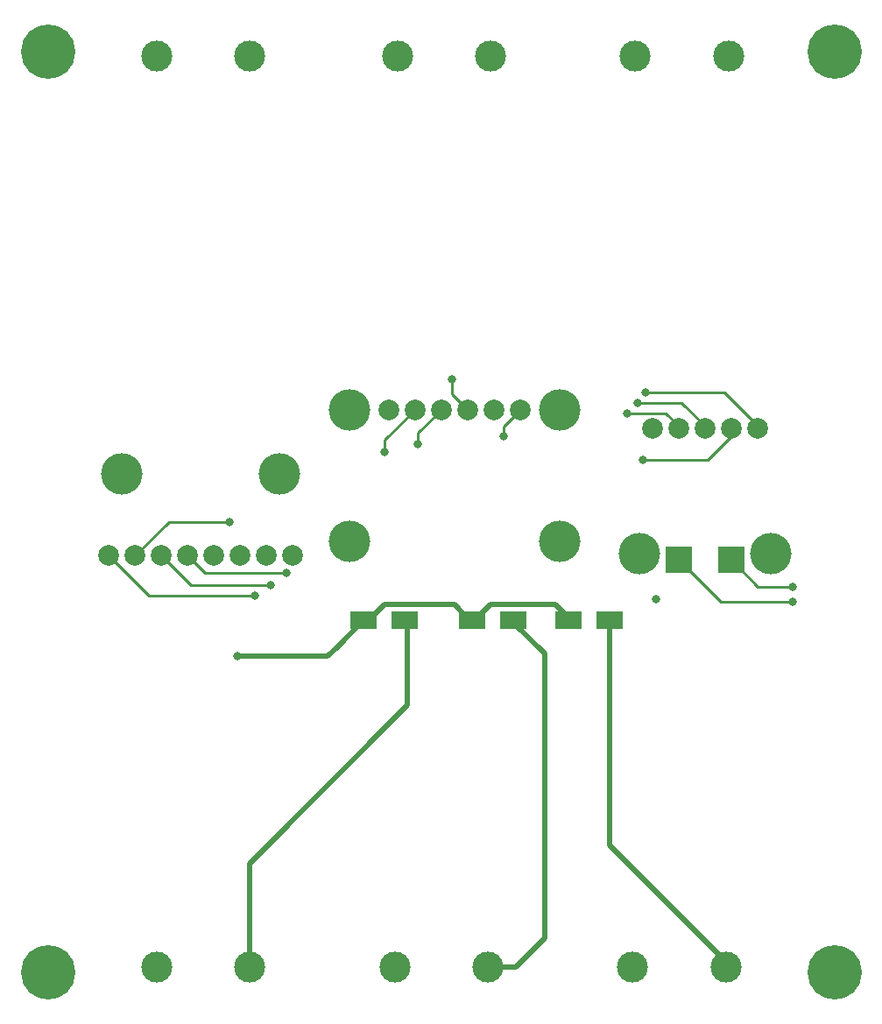
<source format=gbr>
%TF.GenerationSoftware,KiCad,Pcbnew,(5.1.10)-1*%
%TF.CreationDate,2022-05-09T17:55:47-07:00*%
%TF.ProjectId,solar-panel-NoCutout,736f6c61-722d-4706-916e-656c2d4e6f43,1.0*%
%TF.SameCoordinates,Original*%
%TF.FileFunction,Copper,L1,Top*%
%TF.FilePolarity,Positive*%
%FSLAX46Y46*%
G04 Gerber Fmt 4.6, Leading zero omitted, Abs format (unit mm)*
G04 Created by KiCad (PCBNEW (5.1.10)-1) date 2022-05-09 17:55:47*
%MOMM*%
%LPD*%
G01*
G04 APERTURE LIST*
%TA.AperFunction,ComponentPad*%
%ADD10C,5.250000*%
%TD*%
%TA.AperFunction,SMDPad,CuDef*%
%ADD11C,4.000000*%
%TD*%
%TA.AperFunction,SMDPad,CuDef*%
%ADD12C,2.000000*%
%TD*%
%TA.AperFunction,SMDPad,CuDef*%
%ADD13R,2.500000X2.500000*%
%TD*%
%TA.AperFunction,ComponentPad*%
%ADD14C,3.000000*%
%TD*%
%TA.AperFunction,SMDPad,CuDef*%
%ADD15R,2.500000X1.700000*%
%TD*%
%TA.AperFunction,ViaPad*%
%ADD16C,0.800000*%
%TD*%
%TA.AperFunction,Conductor*%
%ADD17C,0.250000*%
%TD*%
%TA.AperFunction,Conductor*%
%ADD18C,0.500000*%
%TD*%
G04 APERTURE END LIST*
D10*
%TO.P,J2,1*%
%TO.N,Net-(J2-Pad1)*%
X106500000Y-70300000D03*
%TD*%
%TO.P,J5,1*%
%TO.N,Net-(J5-Pad1)*%
X182500000Y-159300000D03*
%TD*%
%TO.P,J4,1*%
%TO.N,Net-(J4-Pad1)*%
X182500000Y-70300000D03*
%TD*%
%TO.P,J3,1*%
%TO.N,Net-(J3-Pad1)*%
X106500000Y-159300000D03*
%TD*%
D11*
%TO.P,U3,9*%
%TO.N,Net-(U3-Pad9)*%
X113630000Y-111126000D03*
%TO.P,U3,10*%
%TO.N,Net-(U3-Pad10)*%
X128870000Y-111126000D03*
D12*
%TO.P,U3,3*%
%TO.N,SCL*%
X117440000Y-119000000D03*
%TO.P,U3,4*%
%TO.N,SDA*%
X119980000Y-119000000D03*
%TO.P,U3,1*%
%TO.N,+3V3*%
X112360000Y-119000000D03*
%TO.P,U3,2*%
%TO.N,GND*%
X114900000Y-119000000D03*
%TO.P,U3,8*%
%TO.N,Net-(U3-Pad8)*%
X130140000Y-119000000D03*
%TO.P,U3,7*%
%TO.N,Net-(U3-Pad7)*%
X127600000Y-119000000D03*
%TO.P,U3,6*%
%TO.N,Net-(U3-Pad6)*%
X125060000Y-119000000D03*
%TO.P,U3,5*%
%TO.N,Net-(U3-Pad5)*%
X122520000Y-119000000D03*
%TD*%
D13*
%TO.P,U2,7*%
%TO.N,Net-(U2-Pad6)*%
X167460000Y-119450000D03*
%TO.P,U2,6*%
X172540000Y-119450000D03*
D11*
%TO.P,U2,9*%
%TO.N,Net-(U2-Pad9)*%
X163650000Y-118815000D03*
%TO.P,U2,8*%
%TO.N,Net-(U2-Pad8)*%
X176350000Y-118815000D03*
D12*
%TO.P,U2,1*%
%TO.N,+3V3*%
X175080000Y-106750000D03*
%TO.P,U2,2*%
%TO.N,GND*%
X172540000Y-106750000D03*
%TO.P,U2,5*%
%TO.N,Net-(U2-Pad5)*%
X164920000Y-106750000D03*
%TO.P,U2,4*%
%TO.N,SDA*%
X167460000Y-106750000D03*
%TO.P,U2,3*%
%TO.N,SCL*%
X170000000Y-106750000D03*
%TD*%
D11*
%TO.P,U1,7*%
%TO.N,Net-(U1-Pad7)*%
X155910000Y-117600000D03*
%TO.P,U1,8*%
%TO.N,Net-(U1-Pad8)*%
X135590000Y-117600000D03*
%TO.P,U1,9*%
%TO.N,Net-(U1-Pad9)*%
X155910000Y-104900000D03*
D12*
%TO.P,U1,2*%
%TO.N,Net-(U1-Pad2)*%
X149560000Y-104900000D03*
%TO.P,U1,3*%
%TO.N,GND*%
X147020000Y-104900000D03*
%TO.P,U1,1*%
%TO.N,+3V3*%
X152100000Y-104900000D03*
%TO.P,U1,6*%
%TO.N,Net-(U1-Pad6)*%
X139400000Y-104900000D03*
%TO.P,U1,5*%
%TO.N,SDA*%
X141940000Y-104900000D03*
%TO.P,U1,4*%
%TO.N,SCL*%
X144480000Y-104900000D03*
D11*
%TO.P,U1,10*%
%TO.N,Net-(U1-Pad10)*%
X135590000Y-104900000D03*
%TD*%
D14*
%TO.P,SC6,2*%
%TO.N,GND*%
X172250000Y-70750000D03*
%TO.P,SC6,1*%
%TO.N,Net-(SC5-Pad2)*%
X163250000Y-70750000D03*
%TD*%
%TO.P,SC5,2*%
%TO.N,Net-(SC5-Pad2)*%
X163000000Y-158750000D03*
%TO.P,SC5,1*%
%TO.N,Net-(D3-Pad2)*%
X172000000Y-158750000D03*
%TD*%
%TO.P,SC4,2*%
%TO.N,GND*%
X149250000Y-70750000D03*
%TO.P,SC4,1*%
%TO.N,Net-(SC3-Pad2)*%
X140250000Y-70750000D03*
%TD*%
%TO.P,SC3,2*%
%TO.N,Net-(SC3-Pad2)*%
X140000000Y-158750000D03*
%TO.P,SC3,1*%
%TO.N,Net-(D2-Pad2)*%
X149000000Y-158750000D03*
%TD*%
%TO.P,SC2,2*%
%TO.N,GND*%
X126000000Y-70750000D03*
%TO.P,SC2,1*%
%TO.N,Net-(SC1-Pad2)*%
X117000000Y-70750000D03*
%TD*%
%TO.P,SC1,2*%
%TO.N,Net-(SC1-Pad2)*%
X117000000Y-158750000D03*
%TO.P,SC1,1*%
%TO.N,Net-(D1-Pad2)*%
X126000000Y-158750000D03*
%TD*%
D15*
%TO.P,D3,2*%
%TO.N,Net-(D3-Pad2)*%
X160750000Y-125250000D03*
%TO.P,D3,1*%
%TO.N,VSOLAR*%
X156750000Y-125250000D03*
%TD*%
%TO.P,D2,2*%
%TO.N,Net-(D2-Pad2)*%
X151500000Y-125250000D03*
%TO.P,D2,1*%
%TO.N,VSOLAR*%
X147500000Y-125250000D03*
%TD*%
%TO.P,D1,2*%
%TO.N,Net-(D1-Pad2)*%
X141000000Y-125250000D03*
%TO.P,D1,1*%
%TO.N,VSOLAR*%
X137000000Y-125250000D03*
%TD*%
D16*
%TO.N,GND*%
X124000000Y-115750000D03*
X164000000Y-109750000D03*
X145500000Y-102000000D03*
%TO.N,+3V3*%
X164250000Y-103250000D03*
X150500000Y-107500000D03*
X126500000Y-122894997D03*
%TO.N,VSOLAR*%
X124750000Y-128750000D03*
%TO.N,SDA*%
X162500000Y-105250000D03*
X139000000Y-109000000D03*
X129500000Y-120644998D03*
%TO.N,SCL*%
X163500000Y-104250000D03*
X142250000Y-108250000D03*
X128000000Y-121894996D03*
%TO.N,Net-(U2-Pad6)*%
X165250000Y-123250000D03*
X178500000Y-122000000D03*
X178500000Y-123500000D03*
%TD*%
D17*
%TO.N,GND*%
X164000000Y-109750000D02*
X164000000Y-109750000D01*
X145500000Y-102000000D02*
X145500000Y-102000000D01*
X145500000Y-102130000D02*
X145500000Y-102000000D01*
X170290000Y-109750000D02*
X164000000Y-109750000D01*
X173040000Y-107000000D02*
X170290000Y-109750000D01*
X118150000Y-115750000D02*
X124000000Y-115750000D01*
X114900000Y-119000000D02*
X118150000Y-115750000D01*
X145500000Y-103380000D02*
X145500000Y-102000000D01*
X147020000Y-104900000D02*
X145500000Y-103380000D01*
%TO.N,+3V3*%
X150500000Y-107500000D02*
X150500000Y-107500000D01*
X171830000Y-103250000D02*
X175580000Y-107000000D01*
X164250000Y-103250000D02*
X171830000Y-103250000D01*
X116254997Y-122894997D02*
X112360000Y-119000000D01*
X126355003Y-122894997D02*
X116254997Y-122894997D01*
X150500000Y-106500000D02*
X152100000Y-104900000D01*
X150500000Y-107500000D02*
X150500000Y-106500000D01*
D18*
%TO.N,VSOLAR*%
X137250000Y-125500000D02*
X136250000Y-125500000D01*
X139000000Y-123750000D02*
X137250000Y-125500000D01*
X145750000Y-123750000D02*
X139000000Y-123750000D01*
X147500000Y-125500000D02*
X145750000Y-123750000D01*
X156750000Y-125500000D02*
X156750000Y-125000000D01*
X156750000Y-125000000D02*
X155500000Y-123750000D01*
X149250000Y-123750000D02*
X147500000Y-125500000D01*
X155500000Y-123750000D02*
X149250000Y-123750000D01*
X134500000Y-127750000D02*
X137000000Y-125250000D01*
X133500000Y-128750000D02*
X134500000Y-127750000D01*
X124750000Y-128750000D02*
X133500000Y-128750000D01*
%TO.N,Net-(D1-Pad2)*%
X126000000Y-148750000D02*
X126000000Y-158750000D01*
X141250000Y-133500000D02*
X126000000Y-148750000D01*
X141250000Y-125500000D02*
X141250000Y-133500000D01*
%TO.N,Net-(D2-Pad2)*%
X154500000Y-128500000D02*
X151500000Y-125500000D01*
X154500000Y-156000000D02*
X154500000Y-128500000D01*
X151750000Y-158750000D02*
X154500000Y-156000000D01*
X149000000Y-158750000D02*
X151750000Y-158750000D01*
D17*
%TO.N,SDA*%
X139000000Y-109000000D02*
X139000000Y-109000000D01*
X166210000Y-105250000D02*
X167960000Y-107000000D01*
X162500000Y-105250000D02*
X166210000Y-105250000D01*
X121624998Y-120644998D02*
X119980000Y-119000000D01*
X139000000Y-107840000D02*
X141940000Y-104900000D01*
X139000000Y-109000000D02*
X139000000Y-107840000D01*
X121624998Y-120644998D02*
X129500000Y-120644998D01*
%TO.N,SCL*%
X142250000Y-108250000D02*
X142250000Y-108250000D01*
X167750000Y-104250000D02*
X170500000Y-107000000D01*
X163500000Y-104250000D02*
X167750000Y-104250000D01*
X120334996Y-121894996D02*
X117440000Y-119000000D01*
X142250000Y-107130000D02*
X144480000Y-104900000D01*
X142250000Y-108250000D02*
X142250000Y-107130000D01*
X120334996Y-121894996D02*
X128000000Y-121894996D01*
%TO.N,Net-(U2-Pad6)*%
X178500000Y-123500000D02*
X178500000Y-123500000D01*
X175090000Y-122000000D02*
X178500000Y-122000000D01*
X172540000Y-119450000D02*
X175090000Y-122000000D01*
X171510000Y-123500000D02*
X178500000Y-123500000D01*
X167460000Y-119450000D02*
X171510000Y-123500000D01*
D18*
%TO.N,Net-(D3-Pad2)*%
X160750000Y-147000000D02*
X172000000Y-158250000D01*
X160750000Y-125500000D02*
X160750000Y-147000000D01*
%TD*%
M02*

</source>
